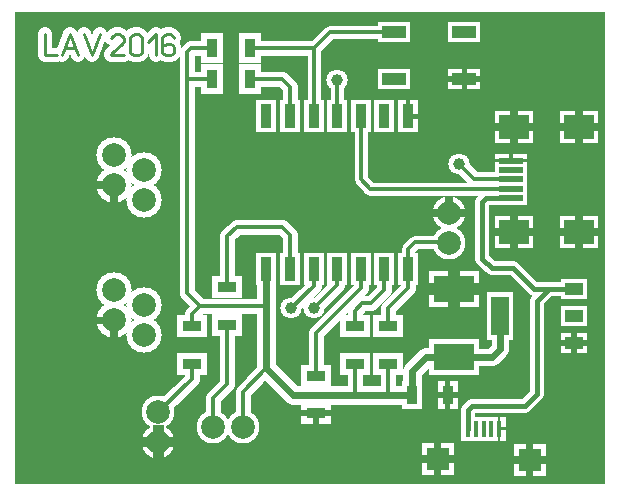
<source format=gtl>
%FSLAX34Y34*%
%MOMM*%
%LNCOPPER_TOP*%
G71*
G01*
%ADD10C, 3.00*%
%ADD11R, 1.70X2.80*%
%ADD12R, 2.80X1.30*%
%ADD13R, 1.20X2.15*%
%ADD14R, 2.70X2.70*%
%ADD15R, 3.30X2.80*%
%ADD16R, 4.23X3.02*%
%ADD17R, 2.30X1.80*%
%ADD18R, 2.30X4.10*%
%ADD19R, 1.67X2.40*%
%ADD20C, 1.20*%
%ADD21C, 1.40*%
%ADD22C, 1.80*%
%ADD23C, 1.10*%
%ADD24R, 2.80X1.80*%
%ADD25C, 2.80*%
%ADD26R, 2.60X1.90*%
%ADD27C, 1.60*%
%ADD28C, 1.30*%
%ADD29R, 1.90X2.60*%
%ADD30C, 1.22*%
%ADD31C, 0.67*%
%ADD32C, 0.39*%
%ADD33C, 0.30*%
%ADD34C, 0.25*%
%ADD35C, 0.63*%
%ADD36C, 1.01*%
%ADD37C, 0.50*%
%ADD38C, 0.50*%
%ADD39C, 0.47*%
%ADD40C, 0.48*%
%ADD41C, 0.87*%
%ADD42C, 2.00*%
%ADD43R, 0.90X2.00*%
%ADD44R, 2.00X0.50*%
%ADD45R, 0.40X1.35*%
%ADD46R, 1.90X1.90*%
%ADD47R, 2.50X2.00*%
%ADD48R, 3.43X2.22*%
%ADD49R, 1.50X1.00*%
%ADD50R, 1.50X3.30*%
%ADD51R, 0.87X1.60*%
%ADD52C, 0.40*%
%ADD53C, 0.60*%
%ADD54C, 1.00*%
%ADD55R, 2.00X1.00*%
%ADD56R, 1.60X0.90*%
%ADD57R, 0.90X1.60*%
%ADD58C, 0.22*%
%LPD*%
G36*
X0Y1000000D02*
X500000Y1000000D01*
X500000Y600000D01*
X0Y600000D01*
X0Y1000000D01*
G37*
%LPC*%
X84000Y879000D02*
G54D10*
D03*
X84000Y853600D02*
G54D10*
D03*
X109400Y866300D02*
G54D10*
D03*
X109400Y840900D02*
G54D10*
D03*
X84000Y764000D02*
G54D10*
D03*
X84000Y738600D02*
G54D10*
D03*
X109400Y751300D02*
G54D10*
D03*
X109400Y725900D02*
G54D10*
D03*
X213000Y782500D02*
G54D11*
D03*
X213000Y911500D02*
G54D11*
D03*
X233000Y782500D02*
G54D11*
D03*
X233000Y911500D02*
G54D11*
D03*
X253000Y782500D02*
G54D11*
D03*
X253000Y911500D02*
G54D11*
D03*
X273000Y782500D02*
G54D11*
D03*
X273000Y911500D02*
G54D11*
D03*
X293000Y782500D02*
G54D11*
D03*
X293000Y911500D02*
G54D11*
D03*
X313000Y782500D02*
G54D11*
D03*
X313000Y911500D02*
G54D11*
D03*
X333000Y782500D02*
G54D11*
D03*
X333000Y911500D02*
G54D11*
D03*
X420000Y842000D02*
G54D12*
D03*
X420000Y850000D02*
G54D12*
D03*
X420000Y858000D02*
G54D12*
D03*
X420000Y866000D02*
G54D12*
D03*
X420000Y874000D02*
G54D12*
D03*
X384000Y647000D02*
G54D13*
D03*
X390500Y647000D02*
G54D13*
D03*
X397000Y647000D02*
G54D13*
D03*
X403500Y647000D02*
G54D13*
D03*
X410000Y647000D02*
G54D13*
D03*
X358000Y621500D02*
G54D14*
D03*
X436000Y620500D02*
G54D14*
D03*
X422500Y902500D02*
G54D15*
D03*
X477500Y902500D02*
G54D15*
D03*
X477500Y813500D02*
G54D15*
D03*
X422500Y813500D02*
G54D15*
D03*
X371925Y707925D02*
G54D16*
D03*
X371930Y764930D02*
G54D16*
D03*
X473500Y719500D02*
G54D17*
D03*
X473500Y742500D02*
G54D17*
D03*
X473500Y765500D02*
G54D17*
D03*
X410500Y742500D02*
G54D18*
D03*
X366400Y675155D02*
G54D19*
D03*
X336005Y675150D02*
G54D19*
D03*
G54D20*
X384000Y647000D02*
X384000Y663000D01*
X387000Y666000D01*
X432000Y666000D01*
X442000Y676000D01*
X442000Y755000D01*
X452000Y765000D01*
X473000Y765000D01*
X473500Y765500D01*
G54D20*
X420000Y842000D02*
X399000Y842000D01*
X396000Y839000D01*
X396000Y791000D01*
X404000Y783000D01*
X422000Y783000D01*
X440000Y765000D01*
X473000Y765000D01*
X473500Y765500D01*
G54D21*
X410500Y742500D02*
X410500Y714750D01*
X403675Y707925D01*
X371925Y707925D01*
X347925Y707925D01*
X234000Y749000D02*
G54D22*
D03*
X253000Y749000D02*
G54D22*
D03*
G54D23*
X293000Y911500D02*
X293000Y858000D01*
X301000Y850000D01*
X420000Y850000D01*
X376000Y871000D02*
G54D22*
D03*
X273000Y942000D02*
G54D22*
D03*
G54D23*
X273000Y942000D02*
X273000Y911500D01*
X320700Y982900D02*
G54D24*
D03*
X380700Y982900D02*
G54D24*
D03*
X320700Y942900D02*
G54D24*
D03*
X380700Y942900D02*
G54D24*
D03*
G54D23*
X253000Y911500D02*
X253000Y969000D01*
X267000Y983000D01*
X320600Y983000D01*
X320700Y982900D01*
X367700Y829700D02*
G54D25*
D03*
X367700Y804300D02*
G54D25*
D03*
G54D23*
X333000Y782500D02*
X333000Y799000D01*
X339000Y805000D01*
X367000Y805000D01*
X367700Y804300D01*
X316000Y734000D02*
G54D26*
D03*
X316000Y702000D02*
G54D26*
D03*
G54D27*
X336005Y675150D02*
X336005Y696005D01*
X347925Y707925D01*
X288000Y734000D02*
G54D26*
D03*
X288000Y702000D02*
G54D26*
D03*
X255000Y692000D02*
G54D26*
D03*
X255000Y660000D02*
G54D26*
D03*
G54D27*
X336005Y675150D02*
X235850Y675150D01*
X213000Y698000D01*
X213000Y782500D01*
G54D28*
X333000Y782500D02*
X333000Y766000D01*
X316000Y749000D01*
X316000Y734000D01*
G54D28*
X313000Y782500D02*
X313000Y764000D01*
X302000Y753000D01*
X294000Y753000D01*
X288000Y747000D01*
X288000Y734000D01*
G54D28*
X316000Y702000D02*
X316000Y676000D01*
G54D28*
X288000Y702000D02*
X288000Y675000D01*
G54D28*
X293000Y782500D02*
X293000Y766000D01*
X255000Y728000D01*
X255000Y692000D01*
X199000Y969000D02*
G54D29*
D03*
X167000Y969000D02*
G54D29*
D03*
X199000Y943000D02*
G54D29*
D03*
X167000Y943000D02*
G54D29*
D03*
G54D28*
X199000Y969000D02*
X253000Y969000D01*
G54D28*
X233000Y911500D02*
X233000Y936000D01*
X226000Y943000D01*
X199000Y943000D01*
G54D28*
X167000Y969000D02*
X149000Y969000D01*
X146000Y966000D01*
X146000Y762000D01*
X157000Y751000D01*
X213000Y751000D01*
G54D28*
X167000Y943000D02*
X146000Y943000D01*
X150000Y734000D02*
G54D26*
D03*
X150000Y702000D02*
G54D26*
D03*
X180000Y767000D02*
G54D26*
D03*
X180000Y735000D02*
G54D26*
D03*
G54D28*
X233000Y782500D02*
X233000Y811000D01*
X226000Y818000D01*
X188000Y818000D01*
X180000Y810000D01*
X180000Y767000D01*
G54D28*
X150000Y734000D02*
X150000Y744000D01*
X157000Y751000D01*
X121610Y635390D02*
G54D25*
D03*
X121614Y660786D02*
G54D25*
D03*
X168004Y648004D02*
G54D25*
D03*
X193400Y648000D02*
G54D25*
D03*
G54D28*
X150000Y702000D02*
X150000Y689172D01*
X121614Y660786D01*
G54D28*
X253000Y749000D02*
X273000Y769000D01*
X273000Y782500D01*
G54D28*
X234000Y749000D02*
X253000Y768000D01*
X253000Y782500D01*
G54D28*
X420000Y858000D02*
X389000Y858000D01*
X376000Y871000D01*
G54D28*
X180000Y735000D02*
X180000Y685000D01*
X168000Y673000D01*
X168004Y648004D01*
G54D28*
X193400Y648000D02*
X193400Y678400D01*
X213000Y698000D01*
G54D30*
X26000Y980778D02*
X26000Y963000D01*
X35333Y963000D01*
G54D30*
X40222Y963000D02*
X46889Y980778D01*
X53555Y963000D01*
G54D30*
X42889Y969667D02*
X50889Y969667D01*
G54D30*
X58444Y980778D02*
X65111Y963000D01*
X71777Y980778D01*
G54D30*
X92489Y963000D02*
X81822Y963000D01*
X81822Y964111D01*
X83155Y966333D01*
X91155Y973000D01*
X92489Y975222D01*
X92489Y977444D01*
X91155Y979667D01*
X88489Y980778D01*
X85822Y980778D01*
X83155Y979667D01*
X81822Y977444D01*
G54D30*
X108045Y977444D02*
X108045Y966333D01*
X106711Y964111D01*
X104045Y963000D01*
X101378Y963000D01*
X98711Y964111D01*
X97378Y966333D01*
X97378Y977444D01*
X98711Y979667D01*
X101378Y980778D01*
X104045Y980778D01*
X106711Y979667D01*
X108045Y977444D01*
G54D30*
X112934Y974111D02*
X119601Y980778D01*
X119601Y963000D01*
G54D30*
X135157Y977444D02*
X133823Y979667D01*
X131157Y980778D01*
X128490Y980778D01*
X125823Y979667D01*
X124490Y977444D01*
X124490Y971889D01*
X124490Y970778D01*
X128490Y973000D01*
X131157Y973000D01*
X133823Y971889D01*
X135157Y969667D01*
X135157Y966333D01*
X133823Y964111D01*
X131157Y963000D01*
X128490Y963000D01*
X125823Y964111D01*
X124490Y966333D01*
X124490Y971889D01*
%LPD*%
G54D31*
G36*
X87333Y853600D02*
X87333Y838100D01*
X80667Y838100D01*
X80667Y853600D01*
X87333Y853600D01*
G37*
G36*
X84000Y850267D02*
X68500Y850267D01*
X68500Y856933D01*
X84000Y856933D01*
X84000Y850267D01*
G37*
G54D31*
G36*
X87333Y738600D02*
X87333Y723100D01*
X80667Y723100D01*
X80667Y738600D01*
X87333Y738600D01*
G37*
G36*
X84000Y735267D02*
X68500Y735267D01*
X68500Y741933D01*
X84000Y741933D01*
X84000Y735267D01*
G37*
G54D32*
G36*
X331050Y911500D02*
X331050Y926000D01*
X334950Y926000D01*
X334950Y911500D01*
X331050Y911500D01*
G37*
G36*
X333000Y913450D02*
X342000Y913450D01*
X342000Y909550D01*
X333000Y909550D01*
X333000Y913450D01*
G37*
G54D33*
G36*
X420000Y872500D02*
X405500Y872500D01*
X405500Y875500D01*
X420000Y875500D01*
X420000Y872500D01*
G37*
G36*
X418500Y874000D02*
X418500Y881000D01*
X421500Y881000D01*
X421500Y874000D01*
X418500Y874000D01*
G37*
G36*
X420000Y875500D02*
X434500Y875500D01*
X434500Y872500D01*
X420000Y872500D01*
X420000Y875500D01*
G37*
G54D34*
G36*
X408760Y647000D02*
X408760Y658250D01*
X411240Y658250D01*
X411240Y647000D01*
X408760Y647000D01*
G37*
G36*
X410000Y648240D02*
X416500Y648240D01*
X416500Y645760D01*
X410000Y645760D01*
X410000Y648240D01*
G37*
G36*
X411240Y647000D02*
X411240Y635750D01*
X408760Y635750D01*
X408760Y647000D01*
X411240Y647000D01*
G37*
G54D35*
G36*
X354834Y621500D02*
X354834Y635500D01*
X361166Y635500D01*
X361166Y621500D01*
X354834Y621500D01*
G37*
G36*
X358000Y624666D02*
X372000Y624666D01*
X372000Y618334D01*
X358000Y618334D01*
X358000Y624666D01*
G37*
G36*
X361166Y621500D02*
X361166Y607500D01*
X354834Y607500D01*
X354834Y621500D01*
X361166Y621500D01*
G37*
G36*
X358000Y618334D02*
X344000Y618334D01*
X344000Y624666D01*
X358000Y624666D01*
X358000Y618334D01*
G37*
G54D35*
G36*
X432834Y620500D02*
X432834Y634500D01*
X439166Y634500D01*
X439166Y620500D01*
X432834Y620500D01*
G37*
G36*
X436000Y623666D02*
X450000Y623666D01*
X450000Y617334D01*
X436000Y617334D01*
X436000Y623666D01*
G37*
G36*
X439166Y620500D02*
X439166Y606500D01*
X432834Y606500D01*
X432834Y620500D01*
X439166Y620500D01*
G37*
G36*
X436000Y617334D02*
X422000Y617334D01*
X422000Y623666D01*
X436000Y623666D01*
X436000Y617334D01*
G37*
G54D31*
G36*
X419166Y902500D02*
X419166Y917000D01*
X425834Y917000D01*
X425834Y902500D01*
X419166Y902500D01*
G37*
G36*
X422500Y905834D02*
X439500Y905834D01*
X439500Y899166D01*
X422500Y899166D01*
X422500Y905834D01*
G37*
G36*
X425834Y902500D02*
X425834Y888000D01*
X419166Y888000D01*
X419166Y902500D01*
X425834Y902500D01*
G37*
G36*
X422500Y899166D02*
X405500Y899166D01*
X405500Y905834D01*
X422500Y905834D01*
X422500Y899166D01*
G37*
G54D31*
G36*
X474166Y902500D02*
X474166Y917000D01*
X480834Y917000D01*
X480834Y902500D01*
X474166Y902500D01*
G37*
G36*
X477500Y905834D02*
X494500Y905834D01*
X494500Y899166D01*
X477500Y899166D01*
X477500Y905834D01*
G37*
G36*
X480834Y902500D02*
X480834Y888000D01*
X474166Y888000D01*
X474166Y902500D01*
X480834Y902500D01*
G37*
G36*
X477500Y899166D02*
X460500Y899166D01*
X460500Y905834D01*
X477500Y905834D01*
X477500Y899166D01*
G37*
G54D31*
G36*
X474166Y813500D02*
X474166Y828000D01*
X480834Y828000D01*
X480834Y813500D01*
X474166Y813500D01*
G37*
G36*
X477500Y816834D02*
X494500Y816834D01*
X494500Y810166D01*
X477500Y810166D01*
X477500Y816834D01*
G37*
G36*
X480834Y813500D02*
X480834Y799000D01*
X474166Y799000D01*
X474166Y813500D01*
X480834Y813500D01*
G37*
G36*
X477500Y810166D02*
X460500Y810166D01*
X460500Y816834D01*
X477500Y816834D01*
X477500Y810166D01*
G37*
G54D31*
G36*
X419166Y813500D02*
X419166Y828000D01*
X425834Y828000D01*
X425834Y813500D01*
X419166Y813500D01*
G37*
G36*
X422500Y816834D02*
X439500Y816834D01*
X439500Y810166D01*
X422500Y810166D01*
X422500Y816834D01*
G37*
G36*
X425834Y813500D02*
X425834Y799000D01*
X419166Y799000D01*
X419166Y813500D01*
X425834Y813500D01*
G37*
G36*
X422500Y810166D02*
X405500Y810166D01*
X405500Y816834D01*
X422500Y816834D01*
X422500Y810166D01*
G37*
G54D36*
G36*
X371930Y769962D02*
X393580Y769962D01*
X393580Y759898D01*
X371930Y759898D01*
X371930Y769962D01*
G37*
G36*
X376962Y764930D02*
X376962Y749330D01*
X366898Y749330D01*
X366898Y764930D01*
X376962Y764930D01*
G37*
G36*
X371930Y759898D02*
X350280Y759898D01*
X350280Y769962D01*
X371930Y769962D01*
X371930Y759898D01*
G37*
G36*
X366898Y764930D02*
X366898Y780530D01*
X376962Y780530D01*
X376962Y764930D01*
X366898Y764930D01*
G37*
G54D37*
G36*
X473500Y717016D02*
X461500Y717016D01*
X461500Y721984D01*
X473500Y721984D01*
X473500Y717016D01*
G37*
G36*
X471016Y719500D02*
X471016Y729000D01*
X475984Y729000D01*
X475984Y719500D01*
X471016Y719500D01*
G37*
G36*
X473500Y721984D02*
X485500Y721984D01*
X485500Y717016D01*
X473500Y717016D01*
X473500Y721984D01*
G37*
G36*
X475984Y719500D02*
X475984Y710000D01*
X471016Y710000D01*
X471016Y719500D01*
X475984Y719500D01*
G37*
G54D38*
G36*
X368908Y675155D02*
X368908Y662655D01*
X363892Y662655D01*
X363892Y675155D01*
X368908Y675155D01*
G37*
G36*
X366400Y672646D02*
X357550Y672646D01*
X357550Y677664D01*
X366400Y677664D01*
X366400Y672646D01*
G37*
G36*
X363892Y675155D02*
X363892Y687655D01*
X368908Y687655D01*
X368908Y675155D01*
X363892Y675155D01*
G37*
G36*
X366400Y677664D02*
X375250Y677664D01*
X375250Y672646D01*
X366400Y672646D01*
X366400Y677664D01*
G37*
G54D39*
G36*
X380700Y945234D02*
X395200Y945234D01*
X395200Y940566D01*
X380700Y940566D01*
X380700Y945234D01*
G37*
G36*
X383034Y942900D02*
X383034Y933400D01*
X378366Y933400D01*
X378366Y942900D01*
X383034Y942900D01*
G37*
G36*
X380700Y940566D02*
X366200Y940566D01*
X366200Y945234D01*
X380700Y945234D01*
X380700Y940566D01*
G37*
G36*
X378366Y942900D02*
X378366Y952400D01*
X383034Y952400D01*
X383034Y942900D01*
X378366Y942900D01*
G37*
G54D31*
G36*
X367700Y833033D02*
X382200Y833033D01*
X382200Y826367D01*
X367700Y826367D01*
X367700Y833033D01*
G37*
G36*
X367700Y826367D02*
X353200Y826367D01*
X353200Y833033D01*
X367700Y833033D01*
X367700Y826367D01*
G37*
G36*
X364367Y829700D02*
X364367Y844200D01*
X371033Y844200D01*
X371033Y829700D01*
X364367Y829700D01*
G37*
G54D40*
G36*
X255000Y662415D02*
X268500Y662415D01*
X268500Y657585D01*
X255000Y657585D01*
X255000Y662415D01*
G37*
G36*
X257415Y660000D02*
X257415Y650000D01*
X252585Y650000D01*
X252585Y660000D01*
X257415Y660000D01*
G37*
G36*
X255000Y657585D02*
X241500Y657585D01*
X241500Y662415D01*
X255000Y662415D01*
X255000Y657585D01*
G37*
G54D41*
G36*
X121610Y631057D02*
X107110Y631057D01*
X107110Y639723D01*
X121610Y639723D01*
X121610Y631057D01*
G37*
G36*
X117277Y635390D02*
X117277Y649890D01*
X125943Y649890D01*
X125943Y635390D01*
X117277Y635390D01*
G37*
G36*
X121610Y639723D02*
X136110Y639723D01*
X136110Y631057D01*
X121610Y631057D01*
X121610Y639723D01*
G37*
G36*
X125943Y635390D02*
X125943Y620890D01*
X117277Y620890D01*
X117277Y635390D01*
X125943Y635390D01*
G37*
X84000Y879000D02*
G54D42*
D03*
X84000Y853600D02*
G54D42*
D03*
X109400Y866300D02*
G54D42*
D03*
X109400Y840900D02*
G54D42*
D03*
X84000Y764000D02*
G54D42*
D03*
X84000Y738600D02*
G54D42*
D03*
X109400Y751300D02*
G54D42*
D03*
X109400Y725900D02*
G54D42*
D03*
X213000Y782500D02*
G54D43*
D03*
X213000Y911500D02*
G54D43*
D03*
X233000Y782500D02*
G54D43*
D03*
X233000Y911500D02*
G54D43*
D03*
X253000Y782500D02*
G54D43*
D03*
X253000Y911500D02*
G54D43*
D03*
X273000Y782500D02*
G54D43*
D03*
X273000Y911500D02*
G54D43*
D03*
X293000Y782500D02*
G54D43*
D03*
X293000Y911500D02*
G54D43*
D03*
X313000Y782500D02*
G54D43*
D03*
X313000Y911500D02*
G54D43*
D03*
X333000Y782500D02*
G54D43*
D03*
X333000Y911500D02*
G54D43*
D03*
X420000Y842000D02*
G54D44*
D03*
X420000Y850000D02*
G54D44*
D03*
X420000Y858000D02*
G54D44*
D03*
X420000Y866000D02*
G54D44*
D03*
X420000Y874000D02*
G54D44*
D03*
X384000Y647000D02*
G54D45*
D03*
X390500Y647000D02*
G54D45*
D03*
X397000Y647000D02*
G54D45*
D03*
X403500Y647000D02*
G54D45*
D03*
X410000Y647000D02*
G54D45*
D03*
X358000Y621500D02*
G54D46*
D03*
X436000Y620500D02*
G54D46*
D03*
X422500Y902500D02*
G54D47*
D03*
X477500Y902500D02*
G54D47*
D03*
X477500Y813500D02*
G54D47*
D03*
X422500Y813500D02*
G54D47*
D03*
X371925Y707925D02*
G54D48*
D03*
X371930Y764930D02*
G54D48*
D03*
X473500Y719500D02*
G54D49*
D03*
X473500Y742500D02*
G54D49*
D03*
X473500Y765500D02*
G54D49*
D03*
X410500Y742500D02*
G54D50*
D03*
X366400Y675155D02*
G54D51*
D03*
X336005Y675150D02*
G54D51*
D03*
G54D52*
X384000Y647000D02*
X384000Y663000D01*
X387000Y666000D01*
X432000Y666000D01*
X442000Y676000D01*
X442000Y755000D01*
X452000Y765000D01*
X473000Y765000D01*
X473500Y765500D01*
G54D52*
X420000Y842000D02*
X399000Y842000D01*
X396000Y839000D01*
X396000Y791000D01*
X404000Y783000D01*
X422000Y783000D01*
X440000Y765000D01*
X473000Y765000D01*
X473500Y765500D01*
G54D53*
X410500Y742500D02*
X410500Y714750D01*
X403675Y707925D01*
X371925Y707925D01*
X347925Y707925D01*
X234000Y749000D02*
G54D54*
D03*
X253000Y749000D02*
G54D54*
D03*
G54D33*
X293000Y911500D02*
X293000Y858000D01*
X301000Y850000D01*
X420000Y850000D01*
X376000Y871000D02*
G54D54*
D03*
X273000Y942000D02*
G54D54*
D03*
G54D33*
X273000Y942000D02*
X273000Y911500D01*
X320700Y982900D02*
G54D55*
D03*
X380700Y982900D02*
G54D55*
D03*
X320700Y942900D02*
G54D55*
D03*
X380700Y942900D02*
G54D55*
D03*
G54D33*
X253000Y911500D02*
X253000Y969000D01*
X267000Y983000D01*
X320600Y983000D01*
X320700Y982900D01*
X367700Y829700D02*
G54D42*
D03*
X367700Y804300D02*
G54D42*
D03*
G54D33*
X333000Y782500D02*
X333000Y799000D01*
X339000Y805000D01*
X367000Y805000D01*
X367700Y804300D01*
X316000Y734000D02*
G54D56*
D03*
X316000Y702000D02*
G54D56*
D03*
G54D53*
X336005Y675150D02*
X336005Y696005D01*
X347925Y707925D01*
X288000Y734000D02*
G54D56*
D03*
X288000Y702000D02*
G54D56*
D03*
X255000Y692000D02*
G54D56*
D03*
X255000Y660000D02*
G54D56*
D03*
G54D53*
X336005Y675150D02*
X235850Y675150D01*
X213000Y698000D01*
X213000Y782500D01*
G54D33*
X333000Y782500D02*
X333000Y766000D01*
X316000Y749000D01*
X316000Y734000D01*
G54D33*
X313000Y782500D02*
X313000Y764000D01*
X302000Y753000D01*
X294000Y753000D01*
X288000Y747000D01*
X288000Y734000D01*
G54D33*
X316000Y702000D02*
X316000Y676000D01*
G54D33*
X288000Y702000D02*
X288000Y675000D01*
G54D33*
X293000Y782500D02*
X293000Y766000D01*
X255000Y728000D01*
X255000Y692000D01*
X199000Y969000D02*
G54D57*
D03*
X167000Y969000D02*
G54D57*
D03*
X199000Y943000D02*
G54D57*
D03*
X167000Y943000D02*
G54D57*
D03*
G54D33*
X199000Y969000D02*
X253000Y969000D01*
G54D33*
X233000Y911500D02*
X233000Y936000D01*
X226000Y943000D01*
X199000Y943000D01*
G54D33*
X167000Y969000D02*
X149000Y969000D01*
X146000Y966000D01*
X146000Y762000D01*
X157000Y751000D01*
X213000Y751000D01*
G54D33*
X167000Y943000D02*
X146000Y943000D01*
X150000Y734000D02*
G54D56*
D03*
X150000Y702000D02*
G54D56*
D03*
X180000Y767000D02*
G54D56*
D03*
X180000Y735000D02*
G54D56*
D03*
G54D33*
X233000Y782500D02*
X233000Y811000D01*
X226000Y818000D01*
X188000Y818000D01*
X180000Y810000D01*
X180000Y767000D01*
G54D33*
X150000Y734000D02*
X150000Y744000D01*
X157000Y751000D01*
X121610Y635390D02*
G54D42*
D03*
X121614Y660786D02*
G54D42*
D03*
X168004Y648004D02*
G54D42*
D03*
X193400Y648000D02*
G54D42*
D03*
G54D33*
X150000Y702000D02*
X150000Y689172D01*
X121614Y660786D01*
G54D33*
X253000Y749000D02*
X273000Y769000D01*
X273000Y782500D01*
G54D33*
X234000Y749000D02*
X253000Y768000D01*
X253000Y782500D01*
G54D33*
X420000Y858000D02*
X389000Y858000D01*
X376000Y871000D01*
G54D33*
X180000Y735000D02*
X180000Y685000D01*
X168000Y673000D01*
X168004Y648004D01*
G54D33*
X193400Y648000D02*
X193400Y678400D01*
X213000Y698000D01*
G54D58*
X26000Y980778D02*
X26000Y963000D01*
X35333Y963000D01*
G54D58*
X40222Y963000D02*
X46889Y980778D01*
X53555Y963000D01*
G54D58*
X42889Y969667D02*
X50889Y969667D01*
G54D58*
X58444Y980778D02*
X65111Y963000D01*
X71777Y980778D01*
G54D58*
X92489Y963000D02*
X81822Y963000D01*
X81822Y964111D01*
X83155Y966333D01*
X91155Y973000D01*
X92489Y975222D01*
X92489Y977444D01*
X91155Y979667D01*
X88489Y980778D01*
X85822Y980778D01*
X83155Y979667D01*
X81822Y977444D01*
G54D58*
X108045Y977444D02*
X108045Y966333D01*
X106711Y964111D01*
X104045Y963000D01*
X101378Y963000D01*
X98711Y964111D01*
X97378Y966333D01*
X97378Y977444D01*
X98711Y979667D01*
X101378Y980778D01*
X104045Y980778D01*
X106711Y979667D01*
X108045Y977444D01*
G54D58*
X112934Y974111D02*
X119601Y980778D01*
X119601Y963000D01*
G54D58*
X135157Y977444D02*
X133823Y979667D01*
X131157Y980778D01*
X128490Y980778D01*
X125823Y979667D01*
X124490Y977444D01*
X124490Y971889D01*
X124490Y970778D01*
X128490Y973000D01*
X131157Y973000D01*
X133823Y971889D01*
X135157Y969667D01*
X135157Y966333D01*
X133823Y964111D01*
X131157Y963000D01*
X128490Y963000D01*
X125823Y964111D01*
X124490Y966333D01*
X124490Y971889D01*
M02*

</source>
